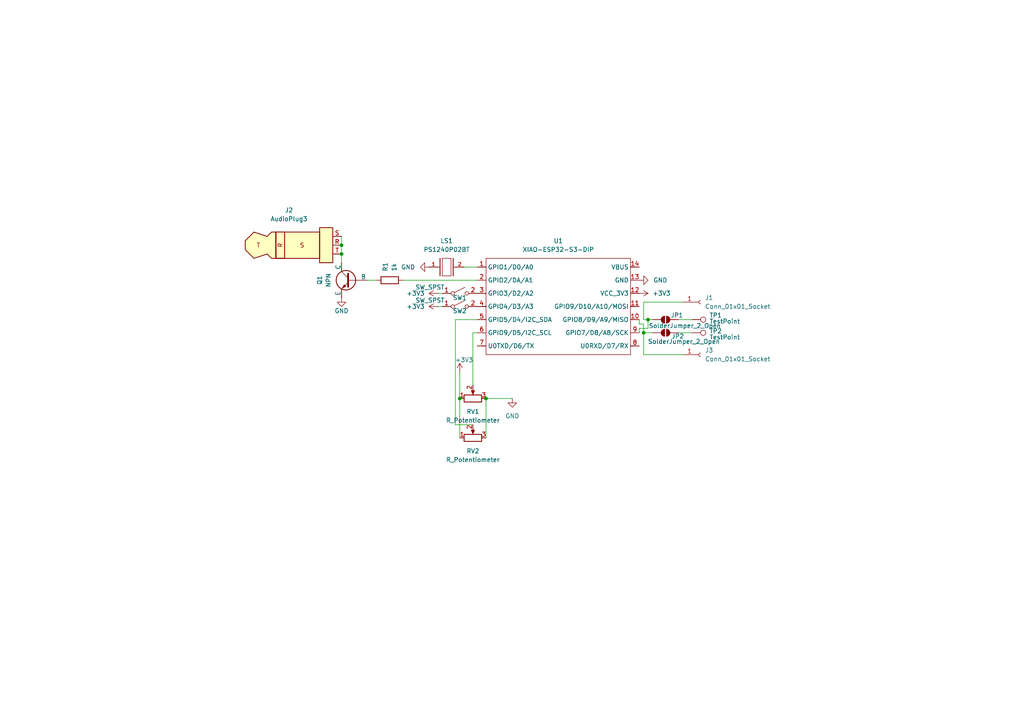
<source format=kicad_sch>
(kicad_sch (version 20231120) (generator "eeschema") (generator_version "8.0")
  (paper "A4")
  (lib_symbols
    (symbol "Connector:Conn_01x01_Socket" (pin_names (offset 1.016) hide)
      (property "Reference" "J" (at 0 2.54 0))
      (property "Value" "Conn_01x01_Socket" (at 0 -2.54 0))
      (symbol "Conn_01x01_Socket_1_1"
        (polyline (pts (xy -1.27 0) (xy -0.508 0)) (stroke (width 0.1524)))
        (arc (start 0 0.508) (mid -0.5058 0) (end 0 -0.508) (stroke (width 0.1524)))
        (pin passive line (at -5.08 0 0) (length 3.81) (name "Pin_1") (number "1"))
      )
    )
    (symbol "Connector:TestPoint" (pin_numbers hide) (pin_names (offset 0.762) hide)
      (property "Reference" "TP" (at 0 6.858 0))
      (property "Value" "TestPoint" (at 0 5.08 0))
      (symbol "TestPoint_0_1"
        (circle (center 0 3.302) (radius 0.762))
      )
      (symbol "TestPoint_1_1"
        (pin passive line (at 0 0 90) (length 2.54) (name "1") (number "1"))
      )
    )
    (symbol "Connector_Audio:AudioPlug3"
      (property "Reference" "J" (at 1.27 6.35 0))
      (property "Value" "AudioPlug3" (at 1.27 -6.35 0))
      (symbol "AudioPlug3_0_0"
        (text "R" (at -2.54 0 900) (effects (font (size 1.27 1.27))))
      )
      (symbol "AudioPlug3_0_1"
        (rectangle (start -3.81 3.81) (end -1.27 -3.81) (stroke (width 0.254)))
        (rectangle (start -1.27 -1.27) (end -1.27 -1.27))
      )
      (symbol "AudioPlug3_1_0"
        (text "S" (at 3.81 0 0) (effects (font (size 1.27 1.27))))
        (text "T" (at -8.89 0 0) (effects (font (size 1.27 1.27))))
      )
      (symbol "AudioPlug3_1_1"
        (rectangle (start -3.81 3.81) (end 8.89 -3.81) (stroke (width 0.254)) (fill (type background)))
        (polyline (pts (xy -3.81 3.81) (xy -5.08 3.81) (xy -6.35 2.54) (xy -10.16 3.81) (xy -12.7 1.27) (xy -12.7 -1.27) (xy -10.16 -3.81) (xy -6.35 -2.54) (xy -5.08 -3.81) (xy -3.81 -3.81) (xy -3.81 3.81)) (stroke (width 0.254)) (fill (type background)))
        (rectangle (start 12.7 5.08) (end 8.89 -5.08) (stroke (width 0.254)) (fill (type background)))
        (pin passive line (at 15.24 0 180) (length 2.54) (name "~") (number "R"))
        (pin passive line (at 15.24 2.54 180) (length 2.54) (name "~") (number "S"))
        (pin passive line (at 15.24 -2.54 180) (length 2.54) (name "~") (number "T"))
      )
    )
    (symbol "Device:R" (pin_numbers hide) (pin_names (offset 0))
      (property "Reference" "R" (at 2.032 0 90))
      (property "Value" "R" (at 0 0 90))
      (symbol "R_0_1"
        (rectangle (start -1.016 -2.54) (end 1.016 2.54) (stroke (width 0.254)))
      )
      (symbol "R_1_1"
        (pin passive line (at 0 3.81 270) (length 1.27) (name "~") (number "1"))
        (pin passive line (at 0 -3.81 90) (length 1.27) (name "~") (number "2"))
      )
    )
    (symbol "Device:R_Potentiometer" (pin_names (offset 1.016) hide)
      (property "Reference" "RV" (at -4.445 0 90))
      (property "Value" "R_Potentiometer" (at -2.54 0 90))
      (symbol "R_Potentiometer_0_1"
        (polyline (pts (xy 2.54 0) (xy 1.524 0)))
        (polyline (pts (xy 1.143 0) (xy 2.286 0.508) (xy 2.286 -0.508) (xy 1.143 0)) (fill (type outline)))
        (rectangle (start 1.016 2.54) (end -1.016 -2.54) (stroke (width 0.254)))
      )
      (symbol "R_Potentiometer_1_1"
        (pin passive line (at 0 3.81 270) (length 1.27) (name "1") (number "1"))
        (pin passive line (at 3.81 0 180) (length 1.27) (name "2") (number "2"))
        (pin passive line (at 0 -3.81 90) (length 1.27) (name "3") (number "3"))
      )
    )
    (symbol "Jumper:SolderJumper_2_Open" (pin_numbers hide) (pin_names (offset 0) hide) (exclude_from_sim yes) (in_bom no)
      (property "Reference" "JP" (at 0 2.032 0))
      (property "Value" "SolderJumper_2_Open" (at 0 -2.54 0))
      (symbol "SolderJumper_2_Open_0_1"
        (arc (start -0.254 1.016) (mid -1.2656 0) (end -0.254 -1.016))
        (arc (start -0.254 1.016) (mid -1.2656 0) (end -0.254 -1.016) (fill (type outline)))
        (polyline (pts (xy -0.254 1.016) (xy -0.254 -1.016)))
        (polyline (pts (xy 0.254 1.016) (xy 0.254 -1.016)))
        (arc (start 0.254 -1.016) (mid 1.2656 0) (end 0.254 1.016))
        (arc (start 0.254 -1.016) (mid 1.2656 0) (end 0.254 1.016) (fill (type outline)))
      )
      (symbol "SolderJumper_2_Open_1_1"
        (pin passive line (at -3.81 0 0) (length 2.54) (name "A") (number "1"))
        (pin passive line (at 3.81 0 180) (length 2.54) (name "B") (number "2"))
      )
    )
    (symbol "PS1240P02BT:PS1240P02BT" (pin_names (offset 1.016))
      (property "Reference" "LS" (at -3.81 3.81 0))
      (property "Value" "PS1240P02BT" (at -3.81 -5.08 0))
      (symbol "PS1240P02BT_0_0"
        (polyline (pts (xy -2.54 0) (xy -1.905 0)) (stroke (width 0.1524)))
        (polyline (pts (xy -1.905 -2.54) (xy -1.905 0)) (stroke (width 0.254)))
        (polyline (pts (xy -1.905 0) (xy -1.905 2.54)) (stroke (width 0.254)))
        (polyline (pts (xy -1.27 -2.54) (xy 1.27 -2.54)) (stroke (width 0.1524)))
        (polyline (pts (xy -1.27 2.54) (xy -1.27 -2.54)) (stroke (width 0.1524)))
        (polyline (pts (xy 1.27 -2.54) (xy 1.27 2.54)) (stroke (width 0.1524)))
        (polyline (pts (xy 1.27 2.54) (xy -1.27 2.54)) (stroke (width 0.1524)))
        (polyline (pts (xy 1.905 0) (xy 1.905 -2.54)) (stroke (width 0.254)))
        (polyline (pts (xy 1.905 0) (xy 2.54 0)) (stroke (width 0.1524)))
        (polyline (pts (xy 1.905 2.54) (xy 1.905 0)) (stroke (width 0.254)))
        (pin passive line (at -5.08 0 0) (length 2.54) (name "~") (number "1"))
        (pin passive line (at 5.08 0 180) (length 2.54) (name "~") (number "2"))
      )
    )
    (symbol "Seeed_Studio_XIAO_Series:XIAO-ESP32-S3-DIP"
      (property "Reference" "U" (at 1.27 0.508 0))
      (property "Value" "XIAO-ESP32-S3-DIP" (at 9.652 -1.778 0))
      (symbol "XIAO-ESP32-S3-DIP_1_0"
        (polyline (pts (xy 0 -30.48) (xy 0 -16.51)) (stroke (width 0.1524)))
        (polyline (pts (xy 0 -27.94) (xy -1.27 -27.94)) (stroke (width 0.1524)))
        (polyline (pts (xy 0 -24.13) (xy -1.27 -24.13)) (stroke (width 0.1524)))
        (polyline (pts (xy 0 -20.32) (xy -1.27 -20.32)) (stroke (width 0.1524)))
        (polyline (pts (xy 0 -16.51) (xy -1.27 -16.51)) (stroke (width 0.1524)))
        (polyline (pts (xy 0 -16.51) (xy 0 -12.7)) (stroke (width 0.1524)))
        (polyline (pts (xy 0 -12.7) (xy -1.27 -12.7)) (stroke (width 0.1524)))
        (polyline (pts (xy 0 -12.7) (xy 0 -8.89)) (stroke (width 0.1524)))
        (polyline (pts (xy 0 -8.89) (xy -1.27 -8.89)) (stroke (width 0.1524)))
        (polyline (pts (xy 0 -8.89) (xy 0 -5.08)) (stroke (width 0.1524)))
        (polyline (pts (xy 0 -5.08) (xy -1.27 -5.08)) (stroke (width 0.1524)))
        (polyline (pts (xy 0 -5.08) (xy 0 -2.54)) (stroke (width 0.1524)))
        (polyline (pts (xy 0 -2.54) (xy 41.91 -2.54)) (stroke (width 0.1524)))
        (polyline (pts (xy 41.91 -30.48) (xy 0 -30.48)) (stroke (width 0.1524)))
        (polyline (pts (xy 41.91 -12.7) (xy 41.91 -30.48)) (stroke (width 0.1524)))
        (polyline (pts (xy 41.91 -8.89) (xy 41.91 -12.7)) (stroke (width 0.1524)))
        (polyline (pts (xy 41.91 -5.08) (xy 41.91 -8.89)) (stroke (width 0.1524)))
        (polyline (pts (xy 41.91 -2.54) (xy 41.91 -5.08)) (stroke (width 0.1524)))
        (polyline (pts (xy 43.18 -27.94) (xy 41.91 -27.94)) (stroke (width 0.1524)))
        (polyline (pts (xy 43.18 -24.13) (xy 41.91 -24.13)) (stroke (width 0.1524)))
        (polyline (pts (xy 43.18 -20.32) (xy 41.91 -20.32)) (stroke (width 0.1524)))
        (polyline (pts (xy 43.18 -16.51) (xy 41.91 -16.51)) (stroke (width 0.1524)))
        (polyline (pts (xy 43.18 -12.7) (xy 41.91 -12.7)) (stroke (width 0.1524)))
        (polyline (pts (xy 43.18 -8.89) (xy 41.91 -8.89)) (stroke (width 0.1524)))
        (polyline (pts (xy 43.18 -5.08) (xy 41.91 -5.08)) (stroke (width 0.1524)))
        (pin passive line (at -2.54 -5.08 0) (length 2.54) (name "GPIO1/D0/A0") (number "1"))
        (pin passive line (at 44.45 -20.32 180) (length 2.54) (name "GPIO8/D9/A9/MISO") (number "10"))
        (pin passive line (at 44.45 -16.51 180) (length 2.54) (name "GPIO9/D10/A10/MOSI") (number "11"))
        (pin passive line (at 44.45 -12.7 180) (length 2.54) (name "VCC_3V3") (number "12"))
        (pin passive line (at 44.45 -8.89 180) (length 2.54) (name "GND") (number "13"))
        (pin passive line (at 44.45 -5.08 180) (length 2.54) (name "VBUS") (number "14"))
        (pin passive line (at -2.54 -8.89 0) (length 2.54) (name "GPIO2/DA/A1") (number "2"))
        (pin passive line (at -2.54 -12.7 0) (length 2.54) (name "GPIO3/D2/A2") (number "3"))
        (pin passive line (at -2.54 -16.51 0) (length 2.54) (name "GPIO4/D3/A3") (number "4"))
        (pin passive line (at -2.54 -20.32 0) (length 2.54) (name "GPIO5/D4/I2C_SDA") (number "5"))
        (pin passive line (at -2.54 -24.13 0) (length 2.54) (name "GPIO9/D5/I2C_SCL") (number "6"))
        (pin passive line (at -2.54 -27.94 0) (length 2.54) (name "U0TXD/D6/TX") (number "7"))
        (pin passive line (at 44.45 -27.94 180) (length 2.54) (name "U0RXD/D7/RX") (number "8"))
        (pin passive line (at 44.45 -24.13 180) (length 2.54) (name "GPIO7/D8/A8/SCK") (number "9"))
      )
    )
    (symbol "Simulation_SPICE:NPN" (pin_numbers hide) (pin_names (offset 0))
      (property "Reference" "Q" (at -2.54 7.62 0))
      (property "Value" "NPN" (at -2.54 5.08 0))
      (symbol "NPN_0_1"
        (polyline (pts (xy -2.54 0) (xy 0.635 0)) (stroke (width 0.1524)))
        (polyline (pts (xy 0.635 0.635) (xy 2.54 2.54)))
        (polyline (pts (xy 2.794 -1.27) (xy 2.794 -1.27)) (stroke (width 0.1524)))
        (polyline (pts (xy 2.794 -1.27) (xy 2.794 -1.27)) (stroke (width 0.1524)))
        (polyline (pts (xy 0.635 -0.635) (xy 2.54 -2.54) (xy 2.54 -2.54)))
        (polyline (pts (xy 0.635 1.905) (xy 0.635 -1.905) (xy 0.635 -1.905)) (stroke (width 0.508)))
        (polyline (pts (xy 1.27 -1.778) (xy 1.778 -1.27) (xy 2.286 -2.286) (xy 1.27 -1.778) (xy 1.27 -1.778)) (fill (type outline)))
        (circle (center 1.27 0) (radius 2.8194) (stroke (width 0.254)))
      )
      (symbol "NPN_1_1"
        (pin open_collector line (at 2.54 5.08 270) (length 2.54) (name "C") (number "1"))
        (pin input line (at -5.08 0 0) (length 2.54) (name "B") (number "2"))
        (pin open_emitter line (at 2.54 -5.08 90) (length 2.54) (name "E") (number "3"))
      )
    )
    (symbol "Switch:SW_SPST" (pin_names (offset 0) hide)
      (property "Reference" "SW" (at 0 3.175 0))
      (property "Value" "SW_SPST" (at 0 -2.54 0))
      (symbol "SW_SPST_0_0"
        (circle (center -2.032 0) (radius 0.508))
        (polyline (pts (xy -1.524 0.254) (xy 1.524 1.778)))
        (circle (center 2.032 0) (radius 0.508))
      )
      (symbol "SW_SPST_1_1"
        (pin passive line (at -5.08 0 0) (length 2.54) (name "A") (number "1"))
        (pin passive line (at 5.08 0 180) (length 2.54) (name "B") (number "2"))
      )
    )
    (symbol "power:+3V3" (power) (pin_numbers hide) (pin_names (offset 0) hide)
      (property "Value" "+3V3" (at 0 3.556 0))
      (symbol "+3V3_0_1"
        (polyline (pts (xy -0.762 1.27) (xy 0 2.54)))
        (polyline (pts (xy 0 0) (xy 0 2.54)))
        (polyline (pts (xy 0 2.54) (xy 0.762 1.27)))
      )
      (symbol "+3V3_1_1"
        (pin power_in line (at 0 0 90) (length 0) (name "~") (number "1"))
      )
    )
    (symbol "power:GND" (power) (pin_numbers hide) (pin_names (offset 0) hide)
      (property "Value" "GND" (at 0 -3.81 0))
      (symbol "GND_0_1"
        (polyline (pts (xy 0 0) (xy 0 -1.27) (xy 1.27 -1.27) (xy 0 -2.54) (xy -1.27 -1.27) (xy 0 -1.27)))
      )
      (symbol "GND_1_1"
        (pin power_in line (at 0 0 270) (length 0) (name "~") (number "1"))
      )
    )
  )
  (junction (at 186.69 96.52))
  (junction (at 99.06 71.12))
  (junction (at 140.97 115.57))
  (junction (at 133.35 115.57))
  (junction (at 99.06 73.66))
  (junction (at 187.96 92.71))
  (wire (pts (xy 137.16 96.52) (xy 138.43 96.52)))
  (wire (pts (xy 185.42 93.98) (xy 186.69 93.98)))
  (wire (pts (xy 140.97 115.57) (xy 148.59 115.57)))
  (wire (pts (xy 99.06 71.12) (xy 99.06 73.66)))
  (wire (pts (xy 137.16 96.52) (xy 137.16 111.76)))
  (wire (pts (xy 185.42 96.52) (xy 185.42 95.25)))
  (wire (pts (xy 189.23 96.52) (xy 186.69 96.52)))
  (wire (pts (xy 128.27 88.9) (xy 127 88.9)))
  (wire (pts (xy 200.66 96.52) (xy 196.85 96.52)))
  (wire (pts (xy 99.06 68.58) (xy 99.06 71.12)))
  (wire (pts (xy 132.08 123.19) (xy 132.08 92.71)))
  (wire (pts (xy 186.69 102.87) (xy 198.12 102.87)))
  (wire (pts (xy 189.23 92.71) (xy 187.96 92.71)))
  (wire (pts (xy 187.96 95.25) (xy 187.96 92.71)))
  (wire (pts (xy 137.16 123.19) (xy 132.08 123.19)))
  (wire (pts (xy 133.35 115.57) (xy 133.35 127)))
  (wire (pts (xy 186.69 96.52) (xy 186.69 102.87)))
  (wire (pts (xy 99.06 73.66) (xy 99.06 76.2)))
  (wire (pts (xy 185.42 92.71) (xy 185.42 93.98)))
  (wire (pts (xy 133.35 115.57) (xy 133.35 107.95)))
  (wire (pts (xy 186.69 93.98) (xy 186.69 96.52)))
  (wire (pts (xy 132.08 92.71) (xy 138.43 92.71)))
  (wire (pts (xy 185.42 95.25) (xy 187.96 95.25)))
  (wire (pts (xy 186.69 92.71) (xy 186.69 87.63)))
  (wire (pts (xy 116.84 81.28) (xy 138.43 81.28)))
  (wire (pts (xy 134.62 77.47) (xy 138.43 77.47)))
  (wire (pts (xy 106.68 81.28) (xy 109.22 81.28)))
  (wire (pts (xy 128.27 85.09) (xy 127 85.09)))
  (wire (pts (xy 200.66 92.71) (xy 196.85 92.71)))
  (wire (pts (xy 187.96 92.71) (xy 186.69 92.71)))
  (wire (pts (xy 186.69 87.63) (xy 198.12 87.63)))
  (wire (pts (xy 140.97 115.57) (xy 140.97 127)))
  (symbol (lib_id "power:GND") (at 124.46 77.47 270) (unit 1)
    (property "Reference" "#PWR02" (effects (hide yes)))
    (property "Value" "GND" (at 120.396 77.47 90) (effects (justify right)))
    (property "Description" "Power symbol creates a global label with name \"GND\" , ground" (effects (hide yes)))
  )
  (symbol (lib_id "power:GND") (at 185.42 81.28 90) (unit 1)
    (property "Reference" "#PWR06" (effects (hide yes)))
    (property "Value" "GND" (at 189.484 81.28 90) (effects (justify right)))
    (property "Description" "Power symbol creates a global label with name \"GND\" , ground" (effects (hide yes)))
  )
  (symbol (lib_id "Switch:SW_SPST") (at 133.35 85.09 0) (unit 1)
    (property "Reference" "SW1" (at 133.35 86.36 0))
    (property "Value" "SW_SPST" (at 124.714 83.312 0))
    (property "Footprint" "Button_Switch_THT:SW_Slide_SPDT_Straight_CK_OS102011MS2Q" (effects (hide yes)))
    (property "Description" "Single Pole Single Throw (SPST) switch" (effects (hide yes)))
  )
  (symbol (lib_id "Jumper:SolderJumper_2_Open") (at 193.04 92.71 0) (unit 1) (exclude_from_sim yes) (in_bom no)
    (property "Reference" "JP2" (at 196.596 97.536 0))
    (property "Value" "SolderJumper_2_Open" (at 198.628 94.488 0))
    (property "Footprint" "Jumper:SolderJumper-2_P1.3mm_Open_Pad1.0x1.5mm" (effects (hide yes)))
    (property "Description" "Solder Jumper, 2-pole, open" (effects (hide yes)))
  )
  (symbol (lib_id "Connector_Audio:AudioPlug3") (at 83.82 71.12 0) (unit 1)
    (property "Reference" "J2" (at 83.82 60.96 0))
    (property "Value" "AudioPlug3" (at 83.82 63.5 0))
    (property "Footprint" "Connector_Audio:Jack_3.5mm_CUI_SJ1-3533NG_Horizontal" (effects (hide yes)))
    (property "Description" "Audio Jack, 3 Poles (Stereo / TRS)" (effects (hide yes)))
  )
  (symbol (lib_id "power:+3V3") (at 127 88.9 90) (unit 1)
    (property "Reference" "#PWR08" (effects (hide yes)))
    (property "Value" "+3V3" (at 123.19 88.8999 90) (effects (justify left)))
    (property "Description" "Power symbol creates a global label with name \"+3V3\"" (effects (hide yes)))
  )
  (symbol (lib_id "Seeed_Studio_XIAO_Series:XIAO-ESP32-S3-DIP") (at 140.97 72.39 0) (unit 1)
    (property "Reference" "U1" (at 161.925 69.85 0))
    (property "Value" "XIAO-ESP32-S3-DIP" (at 161.925 72.39 0))
    (property "Footprint" "Library:XIAO-Generic-Thruhole-14P-2.54-21X17.8MM" (effects (hide yes)))
  )
  (symbol (lib_id "power:GND") (at 99.06 86.36 0) (unit 1)
    (property "Reference" "#PWR01" (effects (hide yes)))
    (property "Value" "GND" (at 99.06 90.17 0))
    (property "Description" "Power symbol creates a global label with name \"GND\" , ground" (effects (hide yes)))
  )
  (symbol (lib_id "Connector:Conn_01x01_Socket") (at 203.2 87.63 0) (unit 1)
    (property "Reference" "J1" (at 204.47 86.3599 0) (effects (justify left)))
    (property "Value" "Conn_01x01_Socket" (at 204.47 88.8999 0) (effects (justify left)))
    (property "Footprint" "Connector_Wire:SolderWire-0.1sqmm_1x01_D0.4mm_OD1mm" (effects (hide yes)))
    (property "Description" "Generic connector, single row, 01x01, script generated" (effects (hide yes)))
  )
  (symbol (lib_id "power:+3V3") (at 133.35 107.95 0) (unit 1)
    (property "Reference" "#PWR04" (effects (hide yes)))
    (property "Value" "+3V3" (at 134.62 104.394 0))
    (property "Description" "Power symbol creates a global label with name \"+3V3\"" (effects (hide yes)))
  )
  (symbol (lib_id "PS1240P02BT:PS1240P02BT") (at 129.54 77.47 0) (unit 1)
    (property "Reference" "LS1" (at 129.54 69.85 0))
    (property "Value" "PS1240P02BT" (at 129.54 72.39 0))
    (property "Footprint" "Buzzer_Beeper:Buzzer_TDK_PS1240P02BT_D12.2mm_H6.5mm" (effects (hide yes)))
    (property "MF" "TDK Corporation" (effects (hide yes)))
    (property "MAXIMUM_PACKAGE_HEIGHT" "7.0mm" (effects (hide yes)))
    (property "PACKAGE" "SIP-5 TDK" (effects (hide yes)))
    (property "PRICE" "None" (effects (hide yes)))
    (property "Package" "Custom Package TDK" (effects (hide yes)))
    (property "Check_prices" "https://www.snapeda.com/parts/PS1240P02BT/TDK/view-part/?ref=eda" (effects (hide yes)))
    (property "Price" "None" (effects (hide yes)))
    (property "SnapEDA_Link" "https://www.snapeda.com/parts/PS1240P02BT/TDK/view-part/?ref=snap" (effects (hide yes)))
    (property "MP" "PS1240P02BT" (effects (hide yes)))
    (property "Description_1" "\n                        \n                            Buzzers Transducer, Externally Driven Piezo 3 V - 4kHz 60dB @ 3V, 10cm Through Hole PC Pins\n                        \n" (effects (hide yes)))
    (property "Availability" "In Stock" (effects (hide yes)))
    (property "AVAILABILITY" "Unavailable" (effects (hide yes)))
    (property "DESCRIPTION" "Buzzers Transducer, Externally Driven Piezo 3V 4kHz 60dB @ 3V, 10cm Through Hole PC Pins" (effects (hide yes)))
  )
  (symbol (lib_id "Switch:SW_SPST") (at 133.35 88.9 0) (unit 1)
    (property "Reference" "SW2" (at 133.35 90.17 0))
    (property "Value" "SW_SPST" (at 124.714 87.122 0))
    (property "Footprint" "Button_Switch_THT:SW_Slide_SPDT_Straight_CK_OS102011MS2Q" (effects (hide yes)))
    (property "Description" "Single Pole Single Throw (SPST) switch" (effects (hide yes)))
  )
  (symbol (lib_id "Simulation_SPICE:NPN") (at 101.6 81.28 0) (mirror y) (unit 1)
    (property "Reference" "Q1" (at 92.71 81.28 90))
    (property "Value" "NPN" (at 95.25 81.28 90))
    (property "Footprint" "Package_TO_SOT_THT:TO-92L_HandSolder" (effects (hide yes)))
    (property "Datasheet" "https://ngspice.sourceforge.io/docs/ngspice-html-manual/manual.xhtml#cha_BJTs" (effects (hide yes)))
    (property "Description" "Bipolar transistor symbol for simulation only, substrate tied to the emitter" (effects (hide yes)))
    (property "Sim.Device" "NPN" (effects (hide yes)))
    (property "Sim.Type" "GUMMELPOON" (effects (hide yes)))
    (property "Sim.Pins" "1=C 2=B 3=E" (effects (hide yes)))
  )
  (symbol (lib_id "Device:R_Potentiometer") (at 137.16 127 90) (unit 1)
    (property "Reference" "RV2" (at 137.16 130.81 90))
    (property "Value" "R_Potentiometer" (at 137.16 133.35 90))
    (property "Footprint" "Potentiometer_THT:Potentiometer_Vishay_T73YP_Vertical" (effects (hide yes)))
    (property "Description" "Potentiometer" (effects (hide yes)))
  )
  (symbol (lib_id "Device:R_Potentiometer") (at 137.16 115.57 90) (unit 1)
    (property "Reference" "RV1" (at 137.16 119.38 90))
    (property "Value" "R_Potentiometer" (at 137.16 121.92 90))
    (property "Footprint" "Potentiometer_THT:Potentiometer_Vishay_T73YP_Vertical" (effects (hide yes)))
    (property "Description" "Potentiometer" (effects (hide yes)))
  )
  (symbol (lib_id "power:GND") (at 148.59 115.57 0) (unit 1)
    (property "Reference" "#PWR05" (effects (hide yes)))
    (property "Value" "GND" (at 148.59 120.65 0))
    (property "Description" "Power symbol creates a global label with name \"GND\" , ground" (effects (hide yes)))
  )
  (symbol (lib_id "Connector:TestPoint") (at 200.66 96.52 270) (unit 1)
    (property "Reference" "TP2" (at 205.74 96.012 90) (effects (justify left)))
    (property "Value" "TestPoint" (at 205.74 97.7899 90) (effects (justify left)))
    (property "Footprint" "Custom:Copper Pad" (effects (hide yes)))
    (property "Description" "test point" (effects (hide yes)))
  )
  (symbol (lib_id "Jumper:SolderJumper_2_Open") (at 193.04 96.52 0) (unit 1) (exclude_from_sim yes) (in_bom no)
    (property "Reference" "JP1" (at 196.342 91.44 0))
    (property "Value" "SolderJumper_2_Open" (at 198.374 99.06 0))
    (property "Footprint" "Jumper:SolderJumper-2_P1.3mm_Open_Pad1.0x1.5mm" (effects (hide yes)))
    (property "Description" "Solder Jumper, 2-pole, open" (effects (hide yes)))
  )
  (symbol (lib_id "Connector:TestPoint") (at 200.66 92.71 270) (unit 1)
    (property "Reference" "TP1" (at 205.74 91.4399 90) (effects (justify left)))
    (property "Value" "TestPoint" (at 205.74 93.218 90) (effects (justify left)))
    (property "Footprint" "Custom:Copper Pad" (effects (hide yes)))
    (property "Description" "test point" (effects (hide yes)))
  )
  (symbol (lib_id "power:+3V3") (at 185.42 85.09 270) (unit 1)
    (property "Reference" "#PWR07" (effects (hide yes)))
    (property "Value" "+3V3" (at 189.23 85.0899 90) (effects (justify left)))
    (property "Description" "Power symbol creates a global label with name \"+3V3\"" (effects (hide yes)))
  )
  (symbol (lib_id "Device:R") (at 113.03 81.28 90) (unit 1)
    (property "Reference" "R1" (at 111.7599 78.74 0) (effects (justify left)))
    (property "Value" "1k" (at 114.2999 78.74 0) (effects (justify left)))
    (property "Footprint" "Resistor_THT:R_Axial_DIN0207_L6.3mm_D2.5mm_P7.62mm_Horizontal" (effects (hide yes)))
    (property "Description" "Resistor" (effects (hide yes)))
  )
  (symbol (lib_id "power:+3V3") (at 127 85.09 90) (unit 1)
    (property "Reference" "#PWR03" (effects (hide yes)))
    (property "Value" "+3V3" (at 123.19 85.0899 90) (effects (justify left)))
    (property "Description" "Power symbol creates a global label with name \"+3V3\"" (effects (hide yes)))
  )
  (symbol (lib_id "Connector:Conn_01x01_Socket") (at 203.2 102.87 0) (unit 1)
    (property "Reference" "J3" (at 204.47 101.5999 0) (effects (justify left)))
    (property "Value" "Conn_01x01_Socket" (at 204.47 104.1399 0) (effects (justify left)))
    (property "Footprint" "Connector_Wire:SolderWire-0.1sqmm_1x01_D0.4mm_OD1mm" (effects (hide yes)))
    (property "Description" "Generic connector, single row, 01x01, script generated" (effects (hide yes)))
  )
)
</source>
